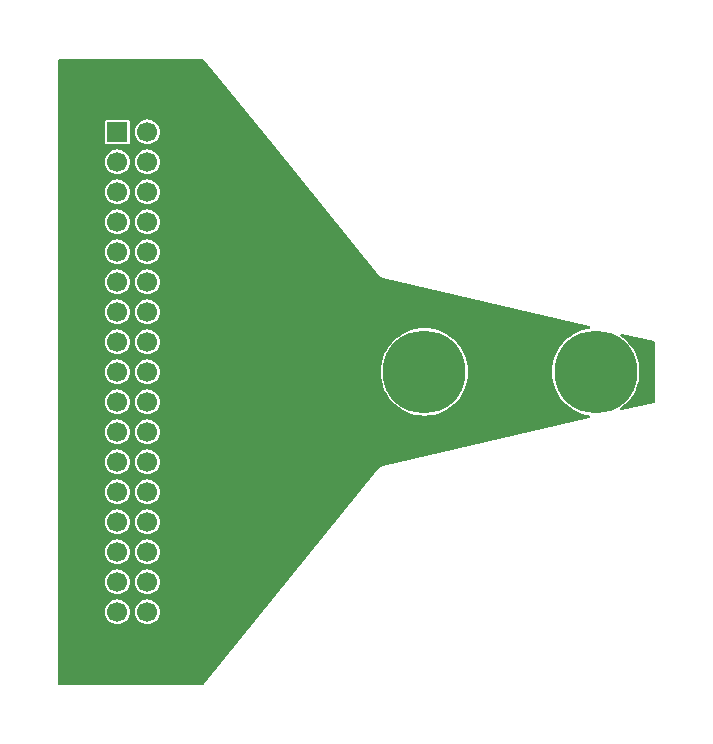
<source format=gbr>
%TF.GenerationSoftware,KiCad,Pcbnew,8.0.3*%
%TF.CreationDate,2025-04-21T22:39:19+02:00*%
%TF.ProjectId,claws,636c6177-732e-46b6-9963-61645f706362,rev?*%
%TF.SameCoordinates,Original*%
%TF.FileFunction,Copper,L2,Bot*%
%TF.FilePolarity,Positive*%
%FSLAX46Y46*%
G04 Gerber Fmt 4.6, Leading zero omitted, Abs format (unit mm)*
G04 Created by KiCad (PCBNEW 8.0.3) date 2025-04-21 22:39:19*
%MOMM*%
%LPD*%
G01*
G04 APERTURE LIST*
%TA.AperFunction,ComponentPad*%
%ADD10R,1.700000X1.700000*%
%TD*%
%TA.AperFunction,ComponentPad*%
%ADD11C,1.700000*%
%TD*%
%TA.AperFunction,ViaPad*%
%ADD12C,7.000000*%
%TD*%
G04 APERTURE END LIST*
D10*
%TO.P,,1*%
%TO.N,N/C*%
X40000000Y-89680000D03*
D11*
%TO.P,,2*%
X42540000Y-89680000D03*
%TO.P,,3*%
X40000000Y-92220000D03*
%TO.P,,4*%
X42540000Y-92220000D03*
%TO.P,,5*%
X40000000Y-94760000D03*
%TO.P,,6*%
X42540000Y-94760000D03*
%TO.P,,7*%
X40000000Y-97300000D03*
%TO.P,,8*%
X42540000Y-97300000D03*
%TO.P,,9*%
X40000000Y-99840000D03*
%TO.P,,10*%
X42540000Y-99840000D03*
%TO.P,,11*%
X40000000Y-102380000D03*
%TO.P,,12*%
X42540000Y-102380000D03*
%TO.P,,13*%
X40000000Y-104920000D03*
%TO.P,,14*%
X42540000Y-104920000D03*
%TO.P,,15*%
X40000000Y-107460000D03*
%TO.P,,16*%
X42540000Y-107460000D03*
%TO.P,,17*%
X40000000Y-110000000D03*
%TO.P,,18*%
X42540000Y-110000000D03*
%TO.P,,19*%
X40000000Y-112540000D03*
%TO.P,,20*%
X42540000Y-112540000D03*
%TO.P,,21*%
X40000000Y-115080000D03*
%TO.P,,22*%
X42540000Y-115080000D03*
%TO.P,,23*%
X40000000Y-117620000D03*
%TO.P,,24*%
X42540000Y-117620000D03*
%TO.P,,25*%
X40000000Y-120160000D03*
%TO.P,,26*%
X42540000Y-120160000D03*
%TO.P,,27*%
X40000000Y-122700000D03*
%TO.P,,28*%
X42540000Y-122700000D03*
%TO.P,,29*%
X40000000Y-125240000D03*
%TO.P,,30*%
X42540000Y-125240000D03*
%TO.P,,31*%
X40000000Y-127780000D03*
%TO.P,,32*%
X42540000Y-127780000D03*
%TO.P,,33*%
X40000000Y-130320000D03*
%TO.P,,34*%
X42540000Y-130320000D03*
%TD*%
D12*
%TO.N,*%
X80500000Y-110000000D03*
X66000000Y-110000000D03*
%TD*%
%TA.AperFunction,NonConductor*%
G36*
X85403758Y-107374478D02*
G01*
X85464547Y-107408922D01*
X85497065Y-107470763D01*
X85499500Y-107495215D01*
X85499500Y-112504783D01*
X85479815Y-112571822D01*
X85427011Y-112617577D01*
X85403758Y-112625520D01*
X82729539Y-113251401D01*
X82659777Y-113247512D01*
X82603193Y-113206524D01*
X82577751Y-113141451D01*
X82591529Y-113072954D01*
X82633745Y-113026669D01*
X82678084Y-112997876D01*
X82979516Y-112753781D01*
X83253781Y-112479516D01*
X83497876Y-112178084D01*
X83709125Y-111852789D01*
X83885214Y-111507194D01*
X84024214Y-111145087D01*
X84124602Y-110770433D01*
X84185278Y-110387338D01*
X84205578Y-110000000D01*
X84185278Y-109612662D01*
X84124602Y-109229567D01*
X84024214Y-108854913D01*
X83885214Y-108492806D01*
X83709125Y-108147211D01*
X83497876Y-107821916D01*
X83253781Y-107520484D01*
X82979516Y-107246219D01*
X82945164Y-107218401D01*
X82678082Y-107002122D01*
X82633744Y-106973329D01*
X82588241Y-106920308D01*
X82578627Y-106851103D01*
X82607954Y-106787686D01*
X82666911Y-106750192D01*
X82729536Y-106748597D01*
X85403758Y-107374478D01*
G37*
%TD.AperFunction*%
%TA.AperFunction,NonConductor*%
G36*
X79951557Y-106098431D02*
G01*
X80012345Y-106132875D01*
X80044863Y-106194716D01*
X80038785Y-106264321D01*
X79996040Y-106319590D01*
X79942696Y-106341641D01*
X79729572Y-106375397D01*
X79729570Y-106375397D01*
X79354905Y-106475788D01*
X78992802Y-106614787D01*
X78647206Y-106790877D01*
X78321917Y-107002122D01*
X78020488Y-107246215D01*
X78020480Y-107246222D01*
X77746222Y-107520480D01*
X77746215Y-107520488D01*
X77502122Y-107821917D01*
X77290877Y-108147206D01*
X77114787Y-108492802D01*
X76975788Y-108854905D01*
X76875397Y-109229570D01*
X76875397Y-109229572D01*
X76814722Y-109612660D01*
X76794422Y-109999999D01*
X76794422Y-110000000D01*
X76814722Y-110387339D01*
X76875397Y-110770427D01*
X76875397Y-110770429D01*
X76975788Y-111145094D01*
X77114787Y-111507197D01*
X77290877Y-111852793D01*
X77502122Y-112178082D01*
X77502124Y-112178084D01*
X77746219Y-112479516D01*
X78020484Y-112753781D01*
X78020488Y-112753784D01*
X78321917Y-112997877D01*
X78645417Y-113207960D01*
X78647211Y-113209125D01*
X78992806Y-113385214D01*
X79354913Y-113524214D01*
X79729567Y-113624602D01*
X79942695Y-113658358D01*
X80005828Y-113688286D01*
X80042760Y-113747597D01*
X80041762Y-113817460D01*
X80003153Y-113875693D01*
X79951554Y-113901567D01*
X62500000Y-117985974D01*
X62500000Y-111208166D01*
X62614787Y-111507197D01*
X62790877Y-111852793D01*
X63002122Y-112178082D01*
X63002124Y-112178084D01*
X63246219Y-112479516D01*
X63520484Y-112753781D01*
X63520488Y-112753784D01*
X63821917Y-112997877D01*
X64145417Y-113207960D01*
X64147211Y-113209125D01*
X64492806Y-113385214D01*
X64854913Y-113524214D01*
X65229567Y-113624602D01*
X65612662Y-113685278D01*
X65978576Y-113704455D01*
X65999999Y-113705578D01*
X66000000Y-113705578D01*
X66000001Y-113705578D01*
X66020301Y-113704514D01*
X66387338Y-113685278D01*
X66770433Y-113624602D01*
X67145087Y-113524214D01*
X67507194Y-113385214D01*
X67852789Y-113209125D01*
X68178084Y-112997876D01*
X68479516Y-112753781D01*
X68753781Y-112479516D01*
X68997876Y-112178084D01*
X69209125Y-111852789D01*
X69385214Y-111507194D01*
X69524214Y-111145087D01*
X69624602Y-110770433D01*
X69685278Y-110387338D01*
X69705578Y-110000000D01*
X69685278Y-109612662D01*
X69624602Y-109229567D01*
X69524214Y-108854913D01*
X69385214Y-108492806D01*
X69209125Y-108147211D01*
X68997876Y-107821916D01*
X68753781Y-107520484D01*
X68479516Y-107246219D01*
X68445164Y-107218401D01*
X68178082Y-107002122D01*
X67852793Y-106790877D01*
X67507197Y-106614787D01*
X67145094Y-106475788D01*
X67145087Y-106475786D01*
X66770433Y-106375398D01*
X66770429Y-106375397D01*
X66770428Y-106375397D01*
X66387339Y-106314722D01*
X66000001Y-106294422D01*
X65999999Y-106294422D01*
X65612660Y-106314722D01*
X65229572Y-106375397D01*
X65229570Y-106375397D01*
X64854905Y-106475788D01*
X64492802Y-106614787D01*
X64147206Y-106790877D01*
X63821917Y-107002122D01*
X63520488Y-107246215D01*
X63520480Y-107246222D01*
X63246222Y-107520480D01*
X63246215Y-107520488D01*
X63002122Y-107821917D01*
X62790877Y-108147206D01*
X62614787Y-108492802D01*
X62500000Y-108791832D01*
X62500000Y-102014023D01*
X79951557Y-106098431D01*
G37*
%TD.AperFunction*%
%TA.AperFunction,NonConductor*%
G36*
X47269405Y-83520185D02*
G01*
X47298684Y-83546405D01*
X53062598Y-90655232D01*
X61857530Y-101502315D01*
X62086460Y-101784661D01*
X62095498Y-101797365D01*
X62109501Y-101819927D01*
X62109506Y-101819932D01*
X62126545Y-101835918D01*
X62138022Y-101848255D01*
X62152732Y-101866398D01*
X62174225Y-101881993D01*
X62186240Y-101891921D01*
X62205614Y-101910096D01*
X62205618Y-101910098D01*
X62226200Y-101921121D01*
X62240479Y-101930067D01*
X62259396Y-101943793D01*
X62284199Y-101953295D01*
X62298369Y-101959773D01*
X62321786Y-101972315D01*
X62344532Y-101977638D01*
X62360630Y-101982581D01*
X62382456Y-101990944D01*
X62382458Y-101990944D01*
X62382459Y-101990945D01*
X62402909Y-101993080D01*
X62408875Y-101993703D01*
X62424242Y-101996293D01*
X62500000Y-102014023D01*
X62500000Y-108791830D01*
X62475788Y-108854905D01*
X62375397Y-109229570D01*
X62375397Y-109229572D01*
X62314722Y-109612660D01*
X62294422Y-109999999D01*
X62294422Y-110000000D01*
X62314722Y-110387339D01*
X62375397Y-110770427D01*
X62375397Y-110770429D01*
X62475788Y-111145094D01*
X62500000Y-111208168D01*
X62500000Y-117985974D01*
X62424252Y-118003703D01*
X62408882Y-118006294D01*
X62382458Y-118009055D01*
X62382450Y-118009057D01*
X62360631Y-118017417D01*
X62344528Y-118022362D01*
X62321785Y-118027685D01*
X62298377Y-118040222D01*
X62284201Y-118046702D01*
X62259396Y-118056205D01*
X62240479Y-118069931D01*
X62226213Y-118078870D01*
X62205613Y-118089904D01*
X62186239Y-118108079D01*
X62174235Y-118117998D01*
X62162469Y-118126536D01*
X62152731Y-118133603D01*
X62152730Y-118133604D01*
X62138020Y-118151746D01*
X62126550Y-118164075D01*
X62109505Y-118180067D01*
X62095496Y-118202637D01*
X62086460Y-118215337D01*
X47298684Y-136453595D01*
X47241172Y-136493271D01*
X47202366Y-136499500D01*
X35124500Y-136499500D01*
X35057461Y-136479815D01*
X35011706Y-136427011D01*
X35000500Y-136375500D01*
X35000500Y-130320000D01*
X38944417Y-130320000D01*
X38964699Y-130525932D01*
X38964700Y-130525934D01*
X39024768Y-130723954D01*
X39122315Y-130906450D01*
X39122317Y-130906452D01*
X39253589Y-131066410D01*
X39350209Y-131145702D01*
X39413550Y-131197685D01*
X39596046Y-131295232D01*
X39794066Y-131355300D01*
X39794065Y-131355300D01*
X39812529Y-131357118D01*
X40000000Y-131375583D01*
X40205934Y-131355300D01*
X40403954Y-131295232D01*
X40586450Y-131197685D01*
X40746410Y-131066410D01*
X40877685Y-130906450D01*
X40975232Y-130723954D01*
X41035300Y-130525934D01*
X41055583Y-130320000D01*
X41484417Y-130320000D01*
X41504699Y-130525932D01*
X41504700Y-130525934D01*
X41564768Y-130723954D01*
X41662315Y-130906450D01*
X41662317Y-130906452D01*
X41793589Y-131066410D01*
X41890209Y-131145702D01*
X41953550Y-131197685D01*
X42136046Y-131295232D01*
X42334066Y-131355300D01*
X42334065Y-131355300D01*
X42352529Y-131357118D01*
X42540000Y-131375583D01*
X42745934Y-131355300D01*
X42943954Y-131295232D01*
X43126450Y-131197685D01*
X43286410Y-131066410D01*
X43417685Y-130906450D01*
X43515232Y-130723954D01*
X43575300Y-130525934D01*
X43595583Y-130320000D01*
X43575300Y-130114066D01*
X43515232Y-129916046D01*
X43417685Y-129733550D01*
X43365702Y-129670209D01*
X43286410Y-129573589D01*
X43126452Y-129442317D01*
X43126453Y-129442317D01*
X43126450Y-129442315D01*
X42943954Y-129344768D01*
X42745934Y-129284700D01*
X42745932Y-129284699D01*
X42745934Y-129284699D01*
X42540000Y-129264417D01*
X42334067Y-129284699D01*
X42136043Y-129344769D01*
X42025898Y-129403643D01*
X41953550Y-129442315D01*
X41953548Y-129442316D01*
X41953547Y-129442317D01*
X41793589Y-129573589D01*
X41662317Y-129733547D01*
X41564769Y-129916043D01*
X41504699Y-130114067D01*
X41484417Y-130320000D01*
X41055583Y-130320000D01*
X41035300Y-130114066D01*
X40975232Y-129916046D01*
X40877685Y-129733550D01*
X40825702Y-129670209D01*
X40746410Y-129573589D01*
X40586452Y-129442317D01*
X40586453Y-129442317D01*
X40586450Y-129442315D01*
X40403954Y-129344768D01*
X40205934Y-129284700D01*
X40205932Y-129284699D01*
X40205934Y-129284699D01*
X40000000Y-129264417D01*
X39794067Y-129284699D01*
X39596043Y-129344769D01*
X39485898Y-129403643D01*
X39413550Y-129442315D01*
X39413548Y-129442316D01*
X39413547Y-129442317D01*
X39253589Y-129573589D01*
X39122317Y-129733547D01*
X39024769Y-129916043D01*
X38964699Y-130114067D01*
X38944417Y-130320000D01*
X35000500Y-130320000D01*
X35000500Y-127780000D01*
X38944417Y-127780000D01*
X38964699Y-127985932D01*
X38964700Y-127985934D01*
X39024768Y-128183954D01*
X39122315Y-128366450D01*
X39122317Y-128366452D01*
X39253589Y-128526410D01*
X39350209Y-128605702D01*
X39413550Y-128657685D01*
X39596046Y-128755232D01*
X39794066Y-128815300D01*
X39794065Y-128815300D01*
X39812529Y-128817118D01*
X40000000Y-128835583D01*
X40205934Y-128815300D01*
X40403954Y-128755232D01*
X40586450Y-128657685D01*
X40746410Y-128526410D01*
X40877685Y-128366450D01*
X40975232Y-128183954D01*
X41035300Y-127985934D01*
X41055583Y-127780000D01*
X41484417Y-127780000D01*
X41504699Y-127985932D01*
X41504700Y-127985934D01*
X41564768Y-128183954D01*
X41662315Y-128366450D01*
X41662317Y-128366452D01*
X41793589Y-128526410D01*
X41890209Y-128605702D01*
X41953550Y-128657685D01*
X42136046Y-128755232D01*
X42334066Y-128815300D01*
X42334065Y-128815300D01*
X42352529Y-128817118D01*
X42540000Y-128835583D01*
X42745934Y-128815300D01*
X42943954Y-128755232D01*
X43126450Y-128657685D01*
X43286410Y-128526410D01*
X43417685Y-128366450D01*
X43515232Y-128183954D01*
X43575300Y-127985934D01*
X43595583Y-127780000D01*
X43575300Y-127574066D01*
X43515232Y-127376046D01*
X43417685Y-127193550D01*
X43365702Y-127130209D01*
X43286410Y-127033589D01*
X43126452Y-126902317D01*
X43126453Y-126902317D01*
X43126450Y-126902315D01*
X42943954Y-126804768D01*
X42745934Y-126744700D01*
X42745932Y-126744699D01*
X42745934Y-126744699D01*
X42540000Y-126724417D01*
X42334067Y-126744699D01*
X42136043Y-126804769D01*
X42025898Y-126863643D01*
X41953550Y-126902315D01*
X41953548Y-126902316D01*
X41953547Y-126902317D01*
X41793589Y-127033589D01*
X41662317Y-127193547D01*
X41564769Y-127376043D01*
X41504699Y-127574067D01*
X41484417Y-127780000D01*
X41055583Y-127780000D01*
X41035300Y-127574066D01*
X40975232Y-127376046D01*
X40877685Y-127193550D01*
X40825702Y-127130209D01*
X40746410Y-127033589D01*
X40586452Y-126902317D01*
X40586453Y-126902317D01*
X40586450Y-126902315D01*
X40403954Y-126804768D01*
X40205934Y-126744700D01*
X40205932Y-126744699D01*
X40205934Y-126744699D01*
X40000000Y-126724417D01*
X39794067Y-126744699D01*
X39596043Y-126804769D01*
X39485898Y-126863643D01*
X39413550Y-126902315D01*
X39413548Y-126902316D01*
X39413547Y-126902317D01*
X39253589Y-127033589D01*
X39122317Y-127193547D01*
X39024769Y-127376043D01*
X38964699Y-127574067D01*
X38944417Y-127780000D01*
X35000500Y-127780000D01*
X35000500Y-125240000D01*
X38944417Y-125240000D01*
X38964699Y-125445932D01*
X38964700Y-125445934D01*
X39024768Y-125643954D01*
X39122315Y-125826450D01*
X39122317Y-125826452D01*
X39253589Y-125986410D01*
X39350209Y-126065702D01*
X39413550Y-126117685D01*
X39596046Y-126215232D01*
X39794066Y-126275300D01*
X39794065Y-126275300D01*
X39812529Y-126277118D01*
X40000000Y-126295583D01*
X40205934Y-126275300D01*
X40403954Y-126215232D01*
X40586450Y-126117685D01*
X40746410Y-125986410D01*
X40877685Y-125826450D01*
X40975232Y-125643954D01*
X41035300Y-125445934D01*
X41055583Y-125240000D01*
X41484417Y-125240000D01*
X41504699Y-125445932D01*
X41504700Y-125445934D01*
X41564768Y-125643954D01*
X41662315Y-125826450D01*
X41662317Y-125826452D01*
X41793589Y-125986410D01*
X41890209Y-126065702D01*
X41953550Y-126117685D01*
X42136046Y-126215232D01*
X42334066Y-126275300D01*
X42334065Y-126275300D01*
X42352529Y-126277118D01*
X42540000Y-126295583D01*
X42745934Y-126275300D01*
X42943954Y-126215232D01*
X43126450Y-126117685D01*
X43286410Y-125986410D01*
X43417685Y-125826450D01*
X43515232Y-125643954D01*
X43575300Y-125445934D01*
X43595583Y-125240000D01*
X43575300Y-125034066D01*
X43515232Y-124836046D01*
X43417685Y-124653550D01*
X43365702Y-124590209D01*
X43286410Y-124493589D01*
X43126452Y-124362317D01*
X43126453Y-124362317D01*
X43126450Y-124362315D01*
X42943954Y-124264768D01*
X42745934Y-124204700D01*
X42745932Y-124204699D01*
X42745934Y-124204699D01*
X42540000Y-124184417D01*
X42334067Y-124204699D01*
X42136043Y-124264769D01*
X42025898Y-124323643D01*
X41953550Y-124362315D01*
X41953548Y-124362316D01*
X41953547Y-124362317D01*
X41793589Y-124493589D01*
X41662317Y-124653547D01*
X41564769Y-124836043D01*
X41504699Y-125034067D01*
X41484417Y-125240000D01*
X41055583Y-125240000D01*
X41035300Y-125034066D01*
X40975232Y-124836046D01*
X40877685Y-124653550D01*
X40825702Y-124590209D01*
X40746410Y-124493589D01*
X40586452Y-124362317D01*
X40586453Y-124362317D01*
X40586450Y-124362315D01*
X40403954Y-124264768D01*
X40205934Y-124204700D01*
X40205932Y-124204699D01*
X40205934Y-124204699D01*
X40000000Y-124184417D01*
X39794067Y-124204699D01*
X39596043Y-124264769D01*
X39485898Y-124323643D01*
X39413550Y-124362315D01*
X39413548Y-124362316D01*
X39413547Y-124362317D01*
X39253589Y-124493589D01*
X39122317Y-124653547D01*
X39024769Y-124836043D01*
X38964699Y-125034067D01*
X38944417Y-125240000D01*
X35000500Y-125240000D01*
X35000500Y-122700000D01*
X38944417Y-122700000D01*
X38964699Y-122905932D01*
X38964700Y-122905934D01*
X39024768Y-123103954D01*
X39122315Y-123286450D01*
X39122317Y-123286452D01*
X39253589Y-123446410D01*
X39350209Y-123525702D01*
X39413550Y-123577685D01*
X39596046Y-123675232D01*
X39794066Y-123735300D01*
X39794065Y-123735300D01*
X39812529Y-123737118D01*
X40000000Y-123755583D01*
X40205934Y-123735300D01*
X40403954Y-123675232D01*
X40586450Y-123577685D01*
X40746410Y-123446410D01*
X40877685Y-123286450D01*
X40975232Y-123103954D01*
X41035300Y-122905934D01*
X41055583Y-122700000D01*
X41484417Y-122700000D01*
X41504699Y-122905932D01*
X41504700Y-122905934D01*
X41564768Y-123103954D01*
X41662315Y-123286450D01*
X41662317Y-123286452D01*
X41793589Y-123446410D01*
X41890209Y-123525702D01*
X41953550Y-123577685D01*
X42136046Y-123675232D01*
X42334066Y-123735300D01*
X42334065Y-123735300D01*
X42352529Y-123737118D01*
X42540000Y-123755583D01*
X42745934Y-123735300D01*
X42943954Y-123675232D01*
X43126450Y-123577685D01*
X43286410Y-123446410D01*
X43417685Y-123286450D01*
X43515232Y-123103954D01*
X43575300Y-122905934D01*
X43595583Y-122700000D01*
X43575300Y-122494066D01*
X43515232Y-122296046D01*
X43417685Y-122113550D01*
X43365702Y-122050209D01*
X43286410Y-121953589D01*
X43126452Y-121822317D01*
X43126453Y-121822317D01*
X43126450Y-121822315D01*
X42943954Y-121724768D01*
X42745934Y-121664700D01*
X42745932Y-121664699D01*
X42745934Y-121664699D01*
X42540000Y-121644417D01*
X42334067Y-121664699D01*
X42136043Y-121724769D01*
X42025898Y-121783643D01*
X41953550Y-121822315D01*
X41953548Y-121822316D01*
X41953547Y-121822317D01*
X41793589Y-121953589D01*
X41662317Y-122113547D01*
X41564769Y-122296043D01*
X41504699Y-122494067D01*
X41484417Y-122700000D01*
X41055583Y-122700000D01*
X41035300Y-122494066D01*
X40975232Y-122296046D01*
X40877685Y-122113550D01*
X40825702Y-122050209D01*
X40746410Y-121953589D01*
X40586452Y-121822317D01*
X40586453Y-121822317D01*
X40586450Y-121822315D01*
X40403954Y-121724768D01*
X40205934Y-121664700D01*
X40205932Y-121664699D01*
X40205934Y-121664699D01*
X40000000Y-121644417D01*
X39794067Y-121664699D01*
X39596043Y-121724769D01*
X39485898Y-121783643D01*
X39413550Y-121822315D01*
X39413548Y-121822316D01*
X39413547Y-121822317D01*
X39253589Y-121953589D01*
X39122317Y-122113547D01*
X39024769Y-122296043D01*
X38964699Y-122494067D01*
X38944417Y-122700000D01*
X35000500Y-122700000D01*
X35000500Y-120160000D01*
X38944417Y-120160000D01*
X38964699Y-120365932D01*
X38964700Y-120365934D01*
X39024768Y-120563954D01*
X39122315Y-120746450D01*
X39122317Y-120746452D01*
X39253589Y-120906410D01*
X39350209Y-120985702D01*
X39413550Y-121037685D01*
X39596046Y-121135232D01*
X39794066Y-121195300D01*
X39794065Y-121195300D01*
X39812529Y-121197118D01*
X40000000Y-121215583D01*
X40205934Y-121195300D01*
X40403954Y-121135232D01*
X40586450Y-121037685D01*
X40746410Y-120906410D01*
X40877685Y-120746450D01*
X40975232Y-120563954D01*
X41035300Y-120365934D01*
X41055583Y-120160000D01*
X41484417Y-120160000D01*
X41504699Y-120365932D01*
X41504700Y-120365934D01*
X41564768Y-120563954D01*
X41662315Y-120746450D01*
X41662317Y-120746452D01*
X41793589Y-120906410D01*
X41890209Y-120985702D01*
X41953550Y-121037685D01*
X42136046Y-121135232D01*
X42334066Y-121195300D01*
X42334065Y-121195300D01*
X42352529Y-121197118D01*
X42540000Y-121215583D01*
X42745934Y-121195300D01*
X42943954Y-121135232D01*
X43126450Y-121037685D01*
X43286410Y-120906410D01*
X43417685Y-120746450D01*
X43515232Y-120563954D01*
X43575300Y-120365934D01*
X43595583Y-120160000D01*
X43575300Y-119954066D01*
X43515232Y-119756046D01*
X43417685Y-119573550D01*
X43365702Y-119510209D01*
X43286410Y-119413589D01*
X43126452Y-119282317D01*
X43126453Y-119282317D01*
X43126450Y-119282315D01*
X42943954Y-119184768D01*
X42745934Y-119124700D01*
X42745932Y-119124699D01*
X42745934Y-119124699D01*
X42540000Y-119104417D01*
X42334067Y-119124699D01*
X42136043Y-119184769D01*
X42025898Y-119243643D01*
X41953550Y-119282315D01*
X41953548Y-119282316D01*
X41953547Y-119282317D01*
X41793589Y-119413589D01*
X41662317Y-119573547D01*
X41564769Y-119756043D01*
X41504699Y-119954067D01*
X41484417Y-120160000D01*
X41055583Y-120160000D01*
X41035300Y-119954066D01*
X40975232Y-119756046D01*
X40877685Y-119573550D01*
X40825702Y-119510209D01*
X40746410Y-119413589D01*
X40586452Y-119282317D01*
X40586453Y-119282317D01*
X40586450Y-119282315D01*
X40403954Y-119184768D01*
X40205934Y-119124700D01*
X40205932Y-119124699D01*
X40205934Y-119124699D01*
X40000000Y-119104417D01*
X39794067Y-119124699D01*
X39596043Y-119184769D01*
X39485898Y-119243643D01*
X39413550Y-119282315D01*
X39413548Y-119282316D01*
X39413547Y-119282317D01*
X39253589Y-119413589D01*
X39122317Y-119573547D01*
X39024769Y-119756043D01*
X38964699Y-119954067D01*
X38944417Y-120160000D01*
X35000500Y-120160000D01*
X35000500Y-117620000D01*
X38944417Y-117620000D01*
X38964699Y-117825932D01*
X38964700Y-117825934D01*
X39024768Y-118023954D01*
X39122315Y-118206450D01*
X39156969Y-118248677D01*
X39253589Y-118366410D01*
X39350209Y-118445702D01*
X39413550Y-118497685D01*
X39596046Y-118595232D01*
X39794066Y-118655300D01*
X39794065Y-118655300D01*
X39812529Y-118657118D01*
X40000000Y-118675583D01*
X40205934Y-118655300D01*
X40403954Y-118595232D01*
X40586450Y-118497685D01*
X40746410Y-118366410D01*
X40877685Y-118206450D01*
X40975232Y-118023954D01*
X41035300Y-117825934D01*
X41055583Y-117620000D01*
X41484417Y-117620000D01*
X41504699Y-117825932D01*
X41504700Y-117825934D01*
X41564768Y-118023954D01*
X41662315Y-118206450D01*
X41696969Y-118248677D01*
X41793589Y-118366410D01*
X41890209Y-118445702D01*
X41953550Y-118497685D01*
X42136046Y-118595232D01*
X42334066Y-118655300D01*
X42334065Y-118655300D01*
X42352529Y-118657118D01*
X42540000Y-118675583D01*
X42745934Y-118655300D01*
X42943954Y-118595232D01*
X43126450Y-118497685D01*
X43286410Y-118366410D01*
X43417685Y-118206450D01*
X43515232Y-118023954D01*
X43575300Y-117825934D01*
X43595583Y-117620000D01*
X43575300Y-117414066D01*
X43515232Y-117216046D01*
X43417685Y-117033550D01*
X43365702Y-116970209D01*
X43286410Y-116873589D01*
X43126452Y-116742317D01*
X43126453Y-116742317D01*
X43126450Y-116742315D01*
X42943954Y-116644768D01*
X42745934Y-116584700D01*
X42745932Y-116584699D01*
X42745934Y-116584699D01*
X42540000Y-116564417D01*
X42334067Y-116584699D01*
X42136043Y-116644769D01*
X42025898Y-116703643D01*
X41953550Y-116742315D01*
X41953548Y-116742316D01*
X41953547Y-116742317D01*
X41793589Y-116873589D01*
X41662317Y-117033547D01*
X41564769Y-117216043D01*
X41504699Y-117414067D01*
X41484417Y-117620000D01*
X41055583Y-117620000D01*
X41035300Y-117414066D01*
X40975232Y-117216046D01*
X40877685Y-117033550D01*
X40825702Y-116970209D01*
X40746410Y-116873589D01*
X40586452Y-116742317D01*
X40586453Y-116742317D01*
X40586450Y-116742315D01*
X40403954Y-116644768D01*
X40205934Y-116584700D01*
X40205932Y-116584699D01*
X40205934Y-116584699D01*
X40000000Y-116564417D01*
X39794067Y-116584699D01*
X39596043Y-116644769D01*
X39485898Y-116703643D01*
X39413550Y-116742315D01*
X39413548Y-116742316D01*
X39413547Y-116742317D01*
X39253589Y-116873589D01*
X39122317Y-117033547D01*
X39024769Y-117216043D01*
X38964699Y-117414067D01*
X38944417Y-117620000D01*
X35000500Y-117620000D01*
X35000500Y-115080000D01*
X38944417Y-115080000D01*
X38964699Y-115285932D01*
X38964700Y-115285934D01*
X39024768Y-115483954D01*
X39122315Y-115666450D01*
X39122317Y-115666452D01*
X39253589Y-115826410D01*
X39350209Y-115905702D01*
X39413550Y-115957685D01*
X39596046Y-116055232D01*
X39794066Y-116115300D01*
X39794065Y-116115300D01*
X39812529Y-116117118D01*
X40000000Y-116135583D01*
X40205934Y-116115300D01*
X40403954Y-116055232D01*
X40586450Y-115957685D01*
X40746410Y-115826410D01*
X40877685Y-115666450D01*
X40975232Y-115483954D01*
X41035300Y-115285934D01*
X41055583Y-115080000D01*
X41484417Y-115080000D01*
X41504699Y-115285932D01*
X41504700Y-115285934D01*
X41564768Y-115483954D01*
X41662315Y-115666450D01*
X41662317Y-115666452D01*
X41793589Y-115826410D01*
X41890209Y-115905702D01*
X41953550Y-115957685D01*
X42136046Y-116055232D01*
X42334066Y-116115300D01*
X42334065Y-116115300D01*
X42352529Y-116117118D01*
X42540000Y-116135583D01*
X42745934Y-116115300D01*
X42943954Y-116055232D01*
X43126450Y-115957685D01*
X43286410Y-115826410D01*
X43417685Y-115666450D01*
X43515232Y-115483954D01*
X43575300Y-115285934D01*
X43595583Y-115080000D01*
X43575300Y-114874066D01*
X43515232Y-114676046D01*
X43417685Y-114493550D01*
X43365702Y-114430209D01*
X43286410Y-114333589D01*
X43126452Y-114202317D01*
X43126453Y-114202317D01*
X43126450Y-114202315D01*
X42943954Y-114104768D01*
X42745934Y-114044700D01*
X42745932Y-114044699D01*
X42745934Y-114044699D01*
X42540000Y-114024417D01*
X42334067Y-114044699D01*
X42136043Y-114104769D01*
X42025898Y-114163643D01*
X41953550Y-114202315D01*
X41953548Y-114202316D01*
X41953547Y-114202317D01*
X41793589Y-114333589D01*
X41662317Y-114493547D01*
X41564769Y-114676043D01*
X41504699Y-114874067D01*
X41484417Y-115080000D01*
X41055583Y-115080000D01*
X41035300Y-114874066D01*
X40975232Y-114676046D01*
X40877685Y-114493550D01*
X40825702Y-114430209D01*
X40746410Y-114333589D01*
X40586452Y-114202317D01*
X40586453Y-114202317D01*
X40586450Y-114202315D01*
X40403954Y-114104768D01*
X40205934Y-114044700D01*
X40205932Y-114044699D01*
X40205934Y-114044699D01*
X40000000Y-114024417D01*
X39794067Y-114044699D01*
X39596043Y-114104769D01*
X39485898Y-114163643D01*
X39413550Y-114202315D01*
X39413548Y-114202316D01*
X39413547Y-114202317D01*
X39253589Y-114333589D01*
X39122317Y-114493547D01*
X39024769Y-114676043D01*
X38964699Y-114874067D01*
X38944417Y-115080000D01*
X35000500Y-115080000D01*
X35000500Y-112540000D01*
X38944417Y-112540000D01*
X38964699Y-112745932D01*
X38964700Y-112745934D01*
X39024768Y-112943954D01*
X39122315Y-113126450D01*
X39122317Y-113126452D01*
X39253589Y-113286410D01*
X39294434Y-113319930D01*
X39413550Y-113417685D01*
X39596046Y-113515232D01*
X39794066Y-113575300D01*
X39794065Y-113575300D01*
X39812529Y-113577118D01*
X40000000Y-113595583D01*
X40205934Y-113575300D01*
X40403954Y-113515232D01*
X40586450Y-113417685D01*
X40746410Y-113286410D01*
X40877685Y-113126450D01*
X40975232Y-112943954D01*
X41035300Y-112745934D01*
X41055583Y-112540000D01*
X41484417Y-112540000D01*
X41504699Y-112745932D01*
X41504700Y-112745934D01*
X41564768Y-112943954D01*
X41662315Y-113126450D01*
X41662317Y-113126452D01*
X41793589Y-113286410D01*
X41834434Y-113319930D01*
X41953550Y-113417685D01*
X42136046Y-113515232D01*
X42334066Y-113575300D01*
X42334065Y-113575300D01*
X42352529Y-113577118D01*
X42540000Y-113595583D01*
X42745934Y-113575300D01*
X42943954Y-113515232D01*
X43126450Y-113417685D01*
X43286410Y-113286410D01*
X43417685Y-113126450D01*
X43515232Y-112943954D01*
X43575300Y-112745934D01*
X43595583Y-112540000D01*
X43575300Y-112334066D01*
X43515232Y-112136046D01*
X43417685Y-111953550D01*
X43334993Y-111852789D01*
X43286410Y-111793589D01*
X43126452Y-111662317D01*
X43126453Y-111662317D01*
X43126450Y-111662315D01*
X42943954Y-111564768D01*
X42745934Y-111504700D01*
X42745932Y-111504699D01*
X42745934Y-111504699D01*
X42540000Y-111484417D01*
X42334067Y-111504699D01*
X42136043Y-111564769D01*
X42025898Y-111623643D01*
X41953550Y-111662315D01*
X41953548Y-111662316D01*
X41953547Y-111662317D01*
X41793589Y-111793589D01*
X41662317Y-111953547D01*
X41564769Y-112136043D01*
X41504699Y-112334067D01*
X41484417Y-112540000D01*
X41055583Y-112540000D01*
X41035300Y-112334066D01*
X40975232Y-112136046D01*
X40877685Y-111953550D01*
X40794993Y-111852789D01*
X40746410Y-111793589D01*
X40586452Y-111662317D01*
X40586453Y-111662317D01*
X40586450Y-111662315D01*
X40403954Y-111564768D01*
X40205934Y-111504700D01*
X40205932Y-111504699D01*
X40205934Y-111504699D01*
X40000000Y-111484417D01*
X39794067Y-111504699D01*
X39596043Y-111564769D01*
X39485898Y-111623643D01*
X39413550Y-111662315D01*
X39413548Y-111662316D01*
X39413547Y-111662317D01*
X39253589Y-111793589D01*
X39122317Y-111953547D01*
X39024769Y-112136043D01*
X38964699Y-112334067D01*
X38944417Y-112540000D01*
X35000500Y-112540000D01*
X35000500Y-110000000D01*
X38944417Y-110000000D01*
X38964699Y-110205932D01*
X38964700Y-110205934D01*
X39024768Y-110403954D01*
X39122315Y-110586450D01*
X39122317Y-110586452D01*
X39253589Y-110746410D01*
X39282857Y-110770429D01*
X39413550Y-110877685D01*
X39596046Y-110975232D01*
X39794066Y-111035300D01*
X39794065Y-111035300D01*
X39812529Y-111037118D01*
X40000000Y-111055583D01*
X40205934Y-111035300D01*
X40403954Y-110975232D01*
X40586450Y-110877685D01*
X40746410Y-110746410D01*
X40877685Y-110586450D01*
X40975232Y-110403954D01*
X41035300Y-110205934D01*
X41055583Y-110000000D01*
X41484417Y-110000000D01*
X41504699Y-110205932D01*
X41504700Y-110205934D01*
X41564768Y-110403954D01*
X41662315Y-110586450D01*
X41662317Y-110586452D01*
X41793589Y-110746410D01*
X41822857Y-110770429D01*
X41953550Y-110877685D01*
X42136046Y-110975232D01*
X42334066Y-111035300D01*
X42334065Y-111035300D01*
X42352529Y-111037118D01*
X42540000Y-111055583D01*
X42745934Y-111035300D01*
X42943954Y-110975232D01*
X43126450Y-110877685D01*
X43286410Y-110746410D01*
X43417685Y-110586450D01*
X43515232Y-110403954D01*
X43575300Y-110205934D01*
X43595583Y-110000000D01*
X43575300Y-109794066D01*
X43515232Y-109596046D01*
X43417685Y-109413550D01*
X43365702Y-109350209D01*
X43286410Y-109253589D01*
X43126452Y-109122317D01*
X43126453Y-109122317D01*
X43126450Y-109122315D01*
X42943954Y-109024768D01*
X42745934Y-108964700D01*
X42745932Y-108964699D01*
X42745934Y-108964699D01*
X42540000Y-108944417D01*
X42334067Y-108964699D01*
X42136043Y-109024769D01*
X42025898Y-109083643D01*
X41953550Y-109122315D01*
X41953548Y-109122316D01*
X41953547Y-109122317D01*
X41793589Y-109253589D01*
X41662317Y-109413547D01*
X41564769Y-109596043D01*
X41504699Y-109794067D01*
X41484417Y-110000000D01*
X41055583Y-110000000D01*
X41035300Y-109794066D01*
X40975232Y-109596046D01*
X40877685Y-109413550D01*
X40825702Y-109350209D01*
X40746410Y-109253589D01*
X40586452Y-109122317D01*
X40586453Y-109122317D01*
X40586450Y-109122315D01*
X40403954Y-109024768D01*
X40205934Y-108964700D01*
X40205932Y-108964699D01*
X40205934Y-108964699D01*
X40000000Y-108944417D01*
X39794067Y-108964699D01*
X39596043Y-109024769D01*
X39485898Y-109083643D01*
X39413550Y-109122315D01*
X39413548Y-109122316D01*
X39413547Y-109122317D01*
X39253589Y-109253589D01*
X39122317Y-109413547D01*
X39024769Y-109596043D01*
X38964699Y-109794067D01*
X38944417Y-110000000D01*
X35000500Y-110000000D01*
X35000500Y-107460000D01*
X38944417Y-107460000D01*
X38964699Y-107665932D01*
X38964700Y-107665934D01*
X39024768Y-107863954D01*
X39122315Y-108046450D01*
X39122317Y-108046452D01*
X39253589Y-108206410D01*
X39350209Y-108285702D01*
X39413550Y-108337685D01*
X39596046Y-108435232D01*
X39794066Y-108495300D01*
X39794065Y-108495300D01*
X39812529Y-108497118D01*
X40000000Y-108515583D01*
X40205934Y-108495300D01*
X40403954Y-108435232D01*
X40586450Y-108337685D01*
X40746410Y-108206410D01*
X40877685Y-108046450D01*
X40975232Y-107863954D01*
X41035300Y-107665934D01*
X41055583Y-107460000D01*
X41484417Y-107460000D01*
X41504699Y-107665932D01*
X41504700Y-107665934D01*
X41564768Y-107863954D01*
X41662315Y-108046450D01*
X41662317Y-108046452D01*
X41793589Y-108206410D01*
X41890209Y-108285702D01*
X41953550Y-108337685D01*
X42136046Y-108435232D01*
X42334066Y-108495300D01*
X42334065Y-108495300D01*
X42352529Y-108497118D01*
X42540000Y-108515583D01*
X42745934Y-108495300D01*
X42943954Y-108435232D01*
X43126450Y-108337685D01*
X43286410Y-108206410D01*
X43417685Y-108046450D01*
X43515232Y-107863954D01*
X43575300Y-107665934D01*
X43595583Y-107460000D01*
X43575300Y-107254066D01*
X43515232Y-107056046D01*
X43417685Y-106873550D01*
X43349836Y-106790875D01*
X43286410Y-106713589D01*
X43126452Y-106582317D01*
X43126453Y-106582317D01*
X43126450Y-106582315D01*
X42943954Y-106484768D01*
X42745934Y-106424700D01*
X42745932Y-106424699D01*
X42745934Y-106424699D01*
X42540000Y-106404417D01*
X42334067Y-106424699D01*
X42136043Y-106484769D01*
X42025898Y-106543643D01*
X41953550Y-106582315D01*
X41953548Y-106582316D01*
X41953547Y-106582317D01*
X41793589Y-106713589D01*
X41662317Y-106873547D01*
X41564769Y-107056043D01*
X41504699Y-107254067D01*
X41484417Y-107460000D01*
X41055583Y-107460000D01*
X41035300Y-107254066D01*
X40975232Y-107056046D01*
X40877685Y-106873550D01*
X40809836Y-106790875D01*
X40746410Y-106713589D01*
X40586452Y-106582317D01*
X40586453Y-106582317D01*
X40586450Y-106582315D01*
X40403954Y-106484768D01*
X40205934Y-106424700D01*
X40205932Y-106424699D01*
X40205934Y-106424699D01*
X40000000Y-106404417D01*
X39794067Y-106424699D01*
X39596043Y-106484769D01*
X39485898Y-106543643D01*
X39413550Y-106582315D01*
X39413548Y-106582316D01*
X39413547Y-106582317D01*
X39253589Y-106713589D01*
X39122317Y-106873547D01*
X39024769Y-107056043D01*
X38964699Y-107254067D01*
X38944417Y-107460000D01*
X35000500Y-107460000D01*
X35000500Y-104920000D01*
X38944417Y-104920000D01*
X38964699Y-105125932D01*
X38964700Y-105125934D01*
X39024768Y-105323954D01*
X39122315Y-105506450D01*
X39122317Y-105506452D01*
X39253589Y-105666410D01*
X39350209Y-105745702D01*
X39413550Y-105797685D01*
X39596046Y-105895232D01*
X39794066Y-105955300D01*
X39794065Y-105955300D01*
X39812529Y-105957118D01*
X40000000Y-105975583D01*
X40205934Y-105955300D01*
X40403954Y-105895232D01*
X40586450Y-105797685D01*
X40746410Y-105666410D01*
X40877685Y-105506450D01*
X40975232Y-105323954D01*
X41035300Y-105125934D01*
X41055583Y-104920000D01*
X41484417Y-104920000D01*
X41504699Y-105125932D01*
X41504700Y-105125934D01*
X41564768Y-105323954D01*
X41662315Y-105506450D01*
X41662317Y-105506452D01*
X41793589Y-105666410D01*
X41890209Y-105745702D01*
X41953550Y-105797685D01*
X42136046Y-105895232D01*
X42334066Y-105955300D01*
X42334065Y-105955300D01*
X42352529Y-105957118D01*
X42540000Y-105975583D01*
X42745934Y-105955300D01*
X42943954Y-105895232D01*
X43126450Y-105797685D01*
X43286410Y-105666410D01*
X43417685Y-105506450D01*
X43515232Y-105323954D01*
X43575300Y-105125934D01*
X43595583Y-104920000D01*
X43575300Y-104714066D01*
X43515232Y-104516046D01*
X43417685Y-104333550D01*
X43365702Y-104270209D01*
X43286410Y-104173589D01*
X43126452Y-104042317D01*
X43126453Y-104042317D01*
X43126450Y-104042315D01*
X42943954Y-103944768D01*
X42745934Y-103884700D01*
X42745932Y-103884699D01*
X42745934Y-103884699D01*
X42540000Y-103864417D01*
X42334067Y-103884699D01*
X42136043Y-103944769D01*
X42025898Y-104003643D01*
X41953550Y-104042315D01*
X41953548Y-104042316D01*
X41953547Y-104042317D01*
X41793589Y-104173589D01*
X41662317Y-104333547D01*
X41564769Y-104516043D01*
X41504699Y-104714067D01*
X41484417Y-104920000D01*
X41055583Y-104920000D01*
X41035300Y-104714066D01*
X40975232Y-104516046D01*
X40877685Y-104333550D01*
X40825702Y-104270209D01*
X40746410Y-104173589D01*
X40586452Y-104042317D01*
X40586453Y-104042317D01*
X40586450Y-104042315D01*
X40403954Y-103944768D01*
X40205934Y-103884700D01*
X40205932Y-103884699D01*
X40205934Y-103884699D01*
X40000000Y-103864417D01*
X39794067Y-103884699D01*
X39596043Y-103944769D01*
X39485898Y-104003643D01*
X39413550Y-104042315D01*
X39413548Y-104042316D01*
X39413547Y-104042317D01*
X39253589Y-104173589D01*
X39122317Y-104333547D01*
X39024769Y-104516043D01*
X38964699Y-104714067D01*
X38944417Y-104920000D01*
X35000500Y-104920000D01*
X35000500Y-102380000D01*
X38944417Y-102380000D01*
X38964699Y-102585932D01*
X38964700Y-102585934D01*
X39024768Y-102783954D01*
X39122315Y-102966450D01*
X39122317Y-102966452D01*
X39253589Y-103126410D01*
X39350209Y-103205702D01*
X39413550Y-103257685D01*
X39596046Y-103355232D01*
X39794066Y-103415300D01*
X39794065Y-103415300D01*
X39812529Y-103417118D01*
X40000000Y-103435583D01*
X40205934Y-103415300D01*
X40403954Y-103355232D01*
X40586450Y-103257685D01*
X40746410Y-103126410D01*
X40877685Y-102966450D01*
X40975232Y-102783954D01*
X41035300Y-102585934D01*
X41055583Y-102380000D01*
X41484417Y-102380000D01*
X41504699Y-102585932D01*
X41504700Y-102585934D01*
X41564768Y-102783954D01*
X41662315Y-102966450D01*
X41662317Y-102966452D01*
X41793589Y-103126410D01*
X41890209Y-103205702D01*
X41953550Y-103257685D01*
X42136046Y-103355232D01*
X42334066Y-103415300D01*
X42334065Y-103415300D01*
X42352529Y-103417118D01*
X42540000Y-103435583D01*
X42745934Y-103415300D01*
X42943954Y-103355232D01*
X43126450Y-103257685D01*
X43286410Y-103126410D01*
X43417685Y-102966450D01*
X43515232Y-102783954D01*
X43575300Y-102585934D01*
X43595583Y-102380000D01*
X43575300Y-102174066D01*
X43515232Y-101976046D01*
X43417685Y-101793550D01*
X43365702Y-101730209D01*
X43286410Y-101633589D01*
X43126452Y-101502317D01*
X43126453Y-101502317D01*
X43126450Y-101502315D01*
X42943954Y-101404768D01*
X42745934Y-101344700D01*
X42745932Y-101344699D01*
X42745934Y-101344699D01*
X42540000Y-101324417D01*
X42334067Y-101344699D01*
X42136043Y-101404769D01*
X42025898Y-101463643D01*
X41953550Y-101502315D01*
X41953548Y-101502316D01*
X41953547Y-101502317D01*
X41793589Y-101633589D01*
X41662317Y-101793547D01*
X41662315Y-101793550D01*
X41639669Y-101835918D01*
X41564769Y-101976043D01*
X41564768Y-101976045D01*
X41564768Y-101976046D01*
X41559412Y-101993703D01*
X41504699Y-102174067D01*
X41484417Y-102380000D01*
X41055583Y-102380000D01*
X41035300Y-102174066D01*
X40975232Y-101976046D01*
X40877685Y-101793550D01*
X40825702Y-101730209D01*
X40746410Y-101633589D01*
X40586452Y-101502317D01*
X40586453Y-101502317D01*
X40586450Y-101502315D01*
X40403954Y-101404768D01*
X40205934Y-101344700D01*
X40205932Y-101344699D01*
X40205934Y-101344699D01*
X40000000Y-101324417D01*
X39794067Y-101344699D01*
X39596043Y-101404769D01*
X39485898Y-101463643D01*
X39413550Y-101502315D01*
X39413548Y-101502316D01*
X39413547Y-101502317D01*
X39253589Y-101633589D01*
X39122317Y-101793547D01*
X39122315Y-101793550D01*
X39099669Y-101835918D01*
X39024769Y-101976043D01*
X39024768Y-101976045D01*
X39024768Y-101976046D01*
X39019412Y-101993703D01*
X38964699Y-102174067D01*
X38944417Y-102380000D01*
X35000500Y-102380000D01*
X35000500Y-99840000D01*
X38944417Y-99840000D01*
X38964699Y-100045932D01*
X38964700Y-100045934D01*
X39024768Y-100243954D01*
X39122315Y-100426450D01*
X39122317Y-100426452D01*
X39253589Y-100586410D01*
X39350209Y-100665702D01*
X39413550Y-100717685D01*
X39596046Y-100815232D01*
X39794066Y-100875300D01*
X39794065Y-100875300D01*
X39812529Y-100877118D01*
X40000000Y-100895583D01*
X40205934Y-100875300D01*
X40403954Y-100815232D01*
X40586450Y-100717685D01*
X40746410Y-100586410D01*
X40877685Y-100426450D01*
X40975232Y-100243954D01*
X41035300Y-100045934D01*
X41055583Y-99840000D01*
X41484417Y-99840000D01*
X41504699Y-100045932D01*
X41504700Y-100045934D01*
X41564768Y-100243954D01*
X41662315Y-100426450D01*
X41662317Y-100426452D01*
X41793589Y-100586410D01*
X41890209Y-100665702D01*
X41953550Y-100717685D01*
X42136046Y-100815232D01*
X42334066Y-100875300D01*
X42334065Y-100875300D01*
X42352529Y-100877118D01*
X42540000Y-100895583D01*
X42745934Y-100875300D01*
X42943954Y-100815232D01*
X43126450Y-100717685D01*
X43286410Y-100586410D01*
X43417685Y-100426450D01*
X43515232Y-100243954D01*
X43575300Y-100045934D01*
X43595583Y-99840000D01*
X43575300Y-99634066D01*
X43515232Y-99436046D01*
X43417685Y-99253550D01*
X43365702Y-99190209D01*
X43286410Y-99093589D01*
X43126452Y-98962317D01*
X43126453Y-98962317D01*
X43126450Y-98962315D01*
X42943954Y-98864768D01*
X42745934Y-98804700D01*
X42745932Y-98804699D01*
X42745934Y-98804699D01*
X42540000Y-98784417D01*
X42334067Y-98804699D01*
X42136043Y-98864769D01*
X42025898Y-98923643D01*
X41953550Y-98962315D01*
X41953548Y-98962316D01*
X41953547Y-98962317D01*
X41793589Y-99093589D01*
X41662317Y-99253547D01*
X41564769Y-99436043D01*
X41504699Y-99634067D01*
X41484417Y-99840000D01*
X41055583Y-99840000D01*
X41035300Y-99634066D01*
X40975232Y-99436046D01*
X40877685Y-99253550D01*
X40825702Y-99190209D01*
X40746410Y-99093589D01*
X40586452Y-98962317D01*
X40586453Y-98962317D01*
X40586450Y-98962315D01*
X40403954Y-98864768D01*
X40205934Y-98804700D01*
X40205932Y-98804699D01*
X40205934Y-98804699D01*
X40000000Y-98784417D01*
X39794067Y-98804699D01*
X39596043Y-98864769D01*
X39485898Y-98923643D01*
X39413550Y-98962315D01*
X39413548Y-98962316D01*
X39413547Y-98962317D01*
X39253589Y-99093589D01*
X39122317Y-99253547D01*
X39024769Y-99436043D01*
X38964699Y-99634067D01*
X38944417Y-99840000D01*
X35000500Y-99840000D01*
X35000500Y-97300000D01*
X38944417Y-97300000D01*
X38964699Y-97505932D01*
X38964700Y-97505934D01*
X39024768Y-97703954D01*
X39122315Y-97886450D01*
X39122317Y-97886452D01*
X39253589Y-98046410D01*
X39350209Y-98125702D01*
X39413550Y-98177685D01*
X39596046Y-98275232D01*
X39794066Y-98335300D01*
X39794065Y-98335300D01*
X39812529Y-98337118D01*
X40000000Y-98355583D01*
X40205934Y-98335300D01*
X40403954Y-98275232D01*
X40586450Y-98177685D01*
X40746410Y-98046410D01*
X40877685Y-97886450D01*
X40975232Y-97703954D01*
X41035300Y-97505934D01*
X41055583Y-97300000D01*
X41484417Y-97300000D01*
X41504699Y-97505932D01*
X41504700Y-97505934D01*
X41564768Y-97703954D01*
X41662315Y-97886450D01*
X41662317Y-97886452D01*
X41793589Y-98046410D01*
X41890209Y-98125702D01*
X41953550Y-98177685D01*
X42136046Y-98275232D01*
X42334066Y-98335300D01*
X42334065Y-98335300D01*
X42352529Y-98337118D01*
X42540000Y-98355583D01*
X42745934Y-98335300D01*
X42943954Y-98275232D01*
X43126450Y-98177685D01*
X43286410Y-98046410D01*
X43417685Y-97886450D01*
X43515232Y-97703954D01*
X43575300Y-97505934D01*
X43595583Y-97300000D01*
X43575300Y-97094066D01*
X43515232Y-96896046D01*
X43417685Y-96713550D01*
X43365702Y-96650209D01*
X43286410Y-96553589D01*
X43126452Y-96422317D01*
X43126453Y-96422317D01*
X43126450Y-96422315D01*
X42943954Y-96324768D01*
X42745934Y-96264700D01*
X42745932Y-96264699D01*
X42745934Y-96264699D01*
X42540000Y-96244417D01*
X42334067Y-96264699D01*
X42136043Y-96324769D01*
X42025898Y-96383643D01*
X41953550Y-96422315D01*
X41953548Y-96422316D01*
X41953547Y-96422317D01*
X41793589Y-96553589D01*
X41662317Y-96713547D01*
X41564769Y-96896043D01*
X41504699Y-97094067D01*
X41484417Y-97300000D01*
X41055583Y-97300000D01*
X41035300Y-97094066D01*
X40975232Y-96896046D01*
X40877685Y-96713550D01*
X40825702Y-96650209D01*
X40746410Y-96553589D01*
X40586452Y-96422317D01*
X40586453Y-96422317D01*
X40586450Y-96422315D01*
X40403954Y-96324768D01*
X40205934Y-96264700D01*
X40205932Y-96264699D01*
X40205934Y-96264699D01*
X40000000Y-96244417D01*
X39794067Y-96264699D01*
X39596043Y-96324769D01*
X39485898Y-96383643D01*
X39413550Y-96422315D01*
X39413548Y-96422316D01*
X39413547Y-96422317D01*
X39253589Y-96553589D01*
X39122317Y-96713547D01*
X39024769Y-96896043D01*
X38964699Y-97094067D01*
X38944417Y-97300000D01*
X35000500Y-97300000D01*
X35000500Y-94760000D01*
X38944417Y-94760000D01*
X38964699Y-94965932D01*
X38964700Y-94965934D01*
X39024768Y-95163954D01*
X39122315Y-95346450D01*
X39122317Y-95346452D01*
X39253589Y-95506410D01*
X39350209Y-95585702D01*
X39413550Y-95637685D01*
X39596046Y-95735232D01*
X39794066Y-95795300D01*
X39794065Y-95795300D01*
X39812529Y-95797118D01*
X40000000Y-95815583D01*
X40205934Y-95795300D01*
X40403954Y-95735232D01*
X40586450Y-95637685D01*
X40746410Y-95506410D01*
X40877685Y-95346450D01*
X40975232Y-95163954D01*
X41035300Y-94965934D01*
X41055583Y-94760000D01*
X41484417Y-94760000D01*
X41504699Y-94965932D01*
X41504700Y-94965934D01*
X41564768Y-95163954D01*
X41662315Y-95346450D01*
X41662317Y-95346452D01*
X41793589Y-95506410D01*
X41890209Y-95585702D01*
X41953550Y-95637685D01*
X42136046Y-95735232D01*
X42334066Y-95795300D01*
X42334065Y-95795300D01*
X42352529Y-95797118D01*
X42540000Y-95815583D01*
X42745934Y-95795300D01*
X42943954Y-95735232D01*
X43126450Y-95637685D01*
X43286410Y-95506410D01*
X43417685Y-95346450D01*
X43515232Y-95163954D01*
X43575300Y-94965934D01*
X43595583Y-94760000D01*
X43575300Y-94554066D01*
X43515232Y-94356046D01*
X43417685Y-94173550D01*
X43365702Y-94110209D01*
X43286410Y-94013589D01*
X43126452Y-93882317D01*
X43126453Y-93882317D01*
X43126450Y-93882315D01*
X42943954Y-93784768D01*
X42745934Y-93724700D01*
X42745932Y-93724699D01*
X42745934Y-93724699D01*
X42540000Y-93704417D01*
X42334067Y-93724699D01*
X42136043Y-93784769D01*
X42025898Y-93843643D01*
X41953550Y-93882315D01*
X41953548Y-93882316D01*
X41953547Y-93882317D01*
X41793589Y-94013589D01*
X41662317Y-94173547D01*
X41564769Y-94356043D01*
X41504699Y-94554067D01*
X41484417Y-94760000D01*
X41055583Y-94760000D01*
X41035300Y-94554066D01*
X40975232Y-94356046D01*
X40877685Y-94173550D01*
X40825702Y-94110209D01*
X40746410Y-94013589D01*
X40586452Y-93882317D01*
X40586453Y-93882317D01*
X40586450Y-93882315D01*
X40403954Y-93784768D01*
X40205934Y-93724700D01*
X40205932Y-93724699D01*
X40205934Y-93724699D01*
X40000000Y-93704417D01*
X39794067Y-93724699D01*
X39596043Y-93784769D01*
X39485898Y-93843643D01*
X39413550Y-93882315D01*
X39413548Y-93882316D01*
X39413547Y-93882317D01*
X39253589Y-94013589D01*
X39122317Y-94173547D01*
X39024769Y-94356043D01*
X38964699Y-94554067D01*
X38944417Y-94760000D01*
X35000500Y-94760000D01*
X35000500Y-92220000D01*
X38944417Y-92220000D01*
X38964699Y-92425932D01*
X38964700Y-92425934D01*
X39024768Y-92623954D01*
X39122315Y-92806450D01*
X39122317Y-92806452D01*
X39253589Y-92966410D01*
X39350209Y-93045702D01*
X39413550Y-93097685D01*
X39596046Y-93195232D01*
X39794066Y-93255300D01*
X39794065Y-93255300D01*
X39812529Y-93257118D01*
X40000000Y-93275583D01*
X40205934Y-93255300D01*
X40403954Y-93195232D01*
X40586450Y-93097685D01*
X40746410Y-92966410D01*
X40877685Y-92806450D01*
X40975232Y-92623954D01*
X41035300Y-92425934D01*
X41055583Y-92220000D01*
X41484417Y-92220000D01*
X41504699Y-92425932D01*
X41504700Y-92425934D01*
X41564768Y-92623954D01*
X41662315Y-92806450D01*
X41662317Y-92806452D01*
X41793589Y-92966410D01*
X41890209Y-93045702D01*
X41953550Y-93097685D01*
X42136046Y-93195232D01*
X42334066Y-93255300D01*
X42334065Y-93255300D01*
X42352529Y-93257118D01*
X42540000Y-93275583D01*
X42745934Y-93255300D01*
X42943954Y-93195232D01*
X43126450Y-93097685D01*
X43286410Y-92966410D01*
X43417685Y-92806450D01*
X43515232Y-92623954D01*
X43575300Y-92425934D01*
X43595583Y-92220000D01*
X43575300Y-92014066D01*
X43515232Y-91816046D01*
X43417685Y-91633550D01*
X43365702Y-91570209D01*
X43286410Y-91473589D01*
X43126452Y-91342317D01*
X43126453Y-91342317D01*
X43126450Y-91342315D01*
X42943954Y-91244768D01*
X42745934Y-91184700D01*
X42745932Y-91184699D01*
X42745934Y-91184699D01*
X42540000Y-91164417D01*
X42334067Y-91184699D01*
X42136043Y-91244769D01*
X42025898Y-91303643D01*
X41953550Y-91342315D01*
X41953548Y-91342316D01*
X41953547Y-91342317D01*
X41793589Y-91473589D01*
X41662317Y-91633547D01*
X41564769Y-91816043D01*
X41504699Y-92014067D01*
X41484417Y-92220000D01*
X41055583Y-92220000D01*
X41035300Y-92014066D01*
X40975232Y-91816046D01*
X40877685Y-91633550D01*
X40825702Y-91570209D01*
X40746410Y-91473589D01*
X40586452Y-91342317D01*
X40586453Y-91342317D01*
X40586450Y-91342315D01*
X40403954Y-91244768D01*
X40205934Y-91184700D01*
X40205932Y-91184699D01*
X40205934Y-91184699D01*
X40000000Y-91164417D01*
X39794067Y-91184699D01*
X39596043Y-91244769D01*
X39485898Y-91303643D01*
X39413550Y-91342315D01*
X39413548Y-91342316D01*
X39413547Y-91342317D01*
X39253589Y-91473589D01*
X39122317Y-91633547D01*
X39024769Y-91816043D01*
X38964699Y-92014067D01*
X38944417Y-92220000D01*
X35000500Y-92220000D01*
X35000500Y-88810247D01*
X38949500Y-88810247D01*
X38949500Y-90549752D01*
X38961131Y-90608229D01*
X38961132Y-90608230D01*
X39005447Y-90674552D01*
X39071769Y-90718867D01*
X39071770Y-90718868D01*
X39130247Y-90730499D01*
X39130250Y-90730500D01*
X39130252Y-90730500D01*
X40869750Y-90730500D01*
X40869751Y-90730499D01*
X40884568Y-90727552D01*
X40928229Y-90718868D01*
X40928229Y-90718867D01*
X40928231Y-90718867D01*
X40994552Y-90674552D01*
X41038867Y-90608231D01*
X41038867Y-90608229D01*
X41038868Y-90608229D01*
X41050499Y-90549752D01*
X41050500Y-90549750D01*
X41050500Y-89680000D01*
X41484417Y-89680000D01*
X41504699Y-89885932D01*
X41504700Y-89885934D01*
X41564768Y-90083954D01*
X41662315Y-90266450D01*
X41662317Y-90266452D01*
X41793589Y-90426410D01*
X41890209Y-90505702D01*
X41953550Y-90557685D01*
X42136046Y-90655232D01*
X42334066Y-90715300D01*
X42334065Y-90715300D01*
X42352529Y-90717118D01*
X42540000Y-90735583D01*
X42745934Y-90715300D01*
X42943954Y-90655232D01*
X43126450Y-90557685D01*
X43286410Y-90426410D01*
X43417685Y-90266450D01*
X43515232Y-90083954D01*
X43575300Y-89885934D01*
X43595583Y-89680000D01*
X43575300Y-89474066D01*
X43515232Y-89276046D01*
X43417685Y-89093550D01*
X43365702Y-89030209D01*
X43286410Y-88933589D01*
X43136121Y-88810252D01*
X43126450Y-88802315D01*
X42943954Y-88704768D01*
X42745934Y-88644700D01*
X42745932Y-88644699D01*
X42745934Y-88644699D01*
X42540000Y-88624417D01*
X42334067Y-88644699D01*
X42136043Y-88704769D01*
X42048114Y-88751769D01*
X41953550Y-88802315D01*
X41953548Y-88802316D01*
X41953547Y-88802317D01*
X41793589Y-88933589D01*
X41662317Y-89093547D01*
X41564769Y-89276043D01*
X41504699Y-89474067D01*
X41484417Y-89680000D01*
X41050500Y-89680000D01*
X41050500Y-88810249D01*
X41050499Y-88810247D01*
X41038868Y-88751770D01*
X41038867Y-88751769D01*
X40994552Y-88685447D01*
X40928230Y-88641132D01*
X40928229Y-88641131D01*
X40869752Y-88629500D01*
X40869748Y-88629500D01*
X39130252Y-88629500D01*
X39130247Y-88629500D01*
X39071770Y-88641131D01*
X39071769Y-88641132D01*
X39005447Y-88685447D01*
X38961132Y-88751769D01*
X38961131Y-88751770D01*
X38949500Y-88810247D01*
X35000500Y-88810247D01*
X35000500Y-83624500D01*
X35020185Y-83557461D01*
X35072989Y-83511706D01*
X35124500Y-83500500D01*
X47202366Y-83500500D01*
X47269405Y-83520185D01*
G37*
%TD.AperFunction*%
M02*

</source>
